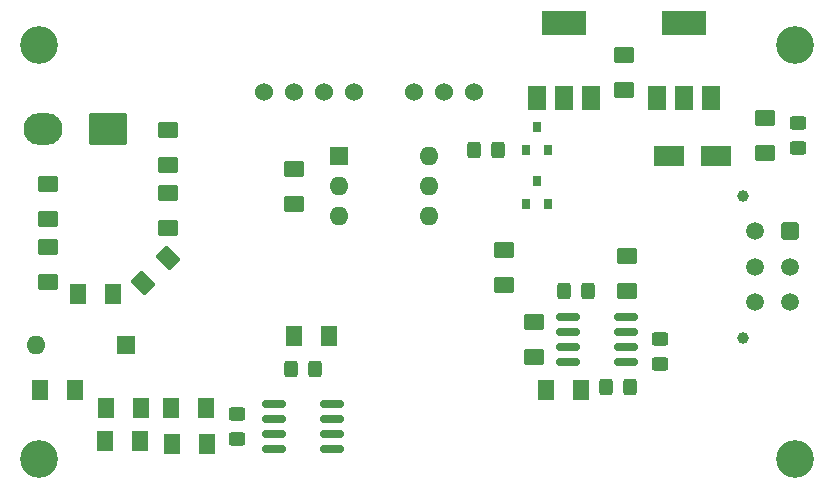
<source format=gbr>
G04 #@! TF.GenerationSoftware,KiCad,Pcbnew,7.0.7*
G04 #@! TF.CreationDate,2023-10-01T09:25:35+02:00*
G04 #@! TF.ProjectId,TSALv3,5453414c-7633-42e6-9b69-6361645f7063,rev?*
G04 #@! TF.SameCoordinates,Original*
G04 #@! TF.FileFunction,Soldermask,Top*
G04 #@! TF.FilePolarity,Negative*
%FSLAX46Y46*%
G04 Gerber Fmt 4.6, Leading zero omitted, Abs format (unit mm)*
G04 Created by KiCad (PCBNEW 7.0.7) date 2023-10-01 09:25:35*
%MOMM*%
%LPD*%
G01*
G04 APERTURE LIST*
G04 Aperture macros list*
%AMRoundRect*
0 Rectangle with rounded corners*
0 $1 Rounding radius*
0 $2 $3 $4 $5 $6 $7 $8 $9 X,Y pos of 4 corners*
0 Add a 4 corners polygon primitive as box body*
4,1,4,$2,$3,$4,$5,$6,$7,$8,$9,$2,$3,0*
0 Add four circle primitives for the rounded corners*
1,1,$1+$1,$2,$3*
1,1,$1+$1,$4,$5*
1,1,$1+$1,$6,$7*
1,1,$1+$1,$8,$9*
0 Add four rect primitives between the rounded corners*
20,1,$1+$1,$2,$3,$4,$5,0*
20,1,$1+$1,$4,$5,$6,$7,0*
20,1,$1+$1,$6,$7,$8,$9,0*
20,1,$1+$1,$8,$9,$2,$3,0*%
G04 Aperture macros list end*
%ADD10RoundRect,0.250001X-0.114905X0.768977X-0.768977X0.114905X0.114905X-0.768977X0.768977X-0.114905X0*%
%ADD11RoundRect,0.250001X-1.399999X1.099999X-1.399999X-1.099999X1.399999X-1.099999X1.399999X1.099999X0*%
%ADD12O,3.300000X2.700000*%
%ADD13RoundRect,0.250001X0.462499X0.624999X-0.462499X0.624999X-0.462499X-0.624999X0.462499X-0.624999X0*%
%ADD14RoundRect,0.250001X-0.624999X0.462499X-0.624999X-0.462499X0.624999X-0.462499X0.624999X0.462499X0*%
%ADD15RoundRect,0.250001X-0.462499X-0.624999X0.462499X-0.624999X0.462499X0.624999X-0.462499X0.624999X0*%
%ADD16RoundRect,0.250000X0.325000X0.450000X-0.325000X0.450000X-0.325000X-0.450000X0.325000X-0.450000X0*%
%ADD17RoundRect,0.250000X-0.450000X0.325000X-0.450000X-0.325000X0.450000X-0.325000X0.450000X0.325000X0*%
%ADD18RoundRect,0.250001X0.624999X-0.462499X0.624999X0.462499X-0.624999X0.462499X-0.624999X-0.462499X0*%
%ADD19R,1.600000X1.600000*%
%ADD20O,1.600000X1.600000*%
%ADD21R,0.800000X0.900000*%
%ADD22R,2.500000X1.800000*%
%ADD23R,1.500000X2.000000*%
%ADD24R,3.800000X2.000000*%
%ADD25C,1.000000*%
%ADD26RoundRect,0.250001X-0.499999X0.499999X-0.499999X-0.499999X0.499999X-0.499999X0.499999X0.499999X0*%
%ADD27C,1.500000*%
%ADD28C,3.200000*%
%ADD29RoundRect,0.150000X-0.825000X-0.150000X0.825000X-0.150000X0.825000X0.150000X-0.825000X0.150000X0*%
%ADD30RoundRect,0.150000X0.825000X0.150000X-0.825000X0.150000X-0.825000X-0.150000X0.825000X-0.150000X0*%
%ADD31RoundRect,0.250000X0.450000X-0.325000X0.450000X0.325000X-0.450000X0.325000X-0.450000X-0.325000X0*%
%ADD32C,1.524000*%
G04 APERTURE END LIST*
D10*
X63535821Y-72354179D03*
X61432179Y-74457821D03*
D11*
X58420000Y-61468000D03*
D12*
X52920000Y-61468000D03*
D13*
X58891500Y-75438000D03*
X55916500Y-75438000D03*
D14*
X63500000Y-66838500D03*
X63500000Y-69813500D03*
D13*
X66765500Y-85090000D03*
X63790500Y-85090000D03*
X66802000Y-88138000D03*
X63827000Y-88138000D03*
D15*
X74204500Y-78994000D03*
X77179500Y-78994000D03*
D16*
X75955000Y-81788000D03*
X73905000Y-81788000D03*
D17*
X69342000Y-85598000D03*
X69342000Y-87648000D03*
D15*
X52651000Y-83566000D03*
X55626000Y-83566000D03*
D18*
X53340000Y-74422000D03*
X53340000Y-71447000D03*
X53340000Y-69051500D03*
X53340000Y-66076500D03*
D19*
X59944000Y-79756000D03*
D20*
X52324000Y-79756000D03*
D14*
X63500000Y-61504500D03*
X63500000Y-64479500D03*
D15*
X58239000Y-85090000D03*
X61214000Y-85090000D03*
D21*
X93792000Y-63230000D03*
X95692000Y-63230000D03*
X94742000Y-61230000D03*
D14*
X102108000Y-55154500D03*
X102108000Y-58129500D03*
D22*
X105950000Y-63754000D03*
X109950000Y-63754000D03*
D23*
X94728000Y-58776000D03*
X97028000Y-58776000D03*
D24*
X97028000Y-52476000D03*
D23*
X99328000Y-58776000D03*
D25*
X112239600Y-67104000D03*
X112239600Y-79104000D03*
D26*
X116179600Y-70104000D03*
D27*
X116179600Y-73104000D03*
X116179600Y-76104000D03*
X113179600Y-70104000D03*
X113179600Y-73104000D03*
X113179600Y-76104000D03*
D28*
X116586000Y-89356000D03*
D29*
X72455000Y-84709000D03*
X72455000Y-85979000D03*
X72455000Y-87249000D03*
X72455000Y-88519000D03*
X77405000Y-88519000D03*
X77405000Y-87249000D03*
X77405000Y-85979000D03*
X77405000Y-84709000D03*
D28*
X52578000Y-89408000D03*
X116586000Y-54356000D03*
D14*
X94488000Y-77760500D03*
X94488000Y-80735500D03*
D18*
X102362000Y-75147500D03*
X102362000Y-72172500D03*
D15*
X95540500Y-83566000D03*
X98515500Y-83566000D03*
D18*
X114046000Y-63463500D03*
X114046000Y-60488500D03*
D30*
X102297000Y-81153000D03*
X102297000Y-79883000D03*
X102297000Y-78613000D03*
X102297000Y-77343000D03*
X97347000Y-77343000D03*
X97347000Y-78613000D03*
X97347000Y-79883000D03*
X97347000Y-81153000D03*
D14*
X91948000Y-71664500D03*
X91948000Y-74639500D03*
X74168000Y-64806500D03*
X74168000Y-67781500D03*
D19*
X77978000Y-63754000D03*
D20*
X77978000Y-66294000D03*
X77978000Y-68834000D03*
X85598000Y-68834000D03*
X85598000Y-66294000D03*
X85598000Y-63754000D03*
D16*
X102625000Y-83312000D03*
X100575000Y-83312000D03*
D31*
X105156000Y-81289000D03*
X105156000Y-79239000D03*
D17*
X116840000Y-60951000D03*
X116840000Y-63001000D03*
D23*
X104888000Y-58776000D03*
X107188000Y-58776000D03*
D24*
X107188000Y-52476000D03*
D23*
X109488000Y-58776000D03*
D16*
X91449000Y-63246000D03*
X89399000Y-63246000D03*
D21*
X93792000Y-67802000D03*
X95692000Y-67802000D03*
X94742000Y-65802000D03*
D32*
X89408000Y-58334000D03*
X86868000Y-58334000D03*
X84328000Y-58334000D03*
X79248000Y-58334000D03*
X76708000Y-58334000D03*
X74168000Y-58334000D03*
X71628000Y-58334000D03*
D16*
X99069000Y-75184000D03*
X97019000Y-75184000D03*
D15*
X58202500Y-87884000D03*
X61177500Y-87884000D03*
D28*
X52578000Y-54356000D03*
M02*

</source>
